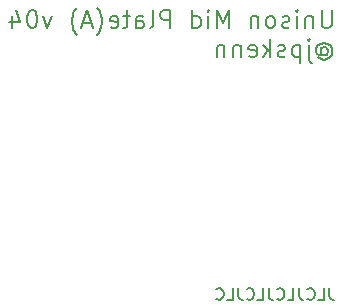
<source format=gbr>
%TF.GenerationSoftware,KiCad,Pcbnew,(5.1.9-0-10_14)*%
%TF.CreationDate,2021-01-31T14:10:33+09:00*%
%TF.ProjectId,Unison_Plate_Mid,556e6973-6f6e-45f5-906c-6174655f4d69,rev?*%
%TF.SameCoordinates,Original*%
%TF.FileFunction,Legend,Bot*%
%TF.FilePolarity,Positive*%
%FSLAX46Y46*%
G04 Gerber Fmt 4.6, Leading zero omitted, Abs format (unit mm)*
G04 Created by KiCad (PCBNEW (5.1.9-0-10_14)) date 2021-01-31 14:10:33*
%MOMM*%
%LPD*%
G01*
G04 APERTURE LIST*
%ADD10C,0.150000*%
%ADD11C,0.200000*%
G04 APERTURE END LIST*
D10*
X296819047Y-42352380D02*
X296819047Y-43066666D01*
X296866666Y-43209523D01*
X296961904Y-43304761D01*
X297104761Y-43352380D01*
X297200000Y-43352380D01*
X295866666Y-43352380D02*
X296342857Y-43352380D01*
X296342857Y-42352380D01*
X294961904Y-43257142D02*
X295009523Y-43304761D01*
X295152380Y-43352380D01*
X295247619Y-43352380D01*
X295390476Y-43304761D01*
X295485714Y-43209523D01*
X295533333Y-43114285D01*
X295580952Y-42923809D01*
X295580952Y-42780952D01*
X295533333Y-42590476D01*
X295485714Y-42495238D01*
X295390476Y-42400000D01*
X295247619Y-42352380D01*
X295152380Y-42352380D01*
X295009523Y-42400000D01*
X294961904Y-42447619D01*
X294247619Y-42352380D02*
X294247619Y-43066666D01*
X294295238Y-43209523D01*
X294390476Y-43304761D01*
X294533333Y-43352380D01*
X294628571Y-43352380D01*
X293295238Y-43352380D02*
X293771428Y-43352380D01*
X293771428Y-42352380D01*
X292390476Y-43257142D02*
X292438095Y-43304761D01*
X292580952Y-43352380D01*
X292676190Y-43352380D01*
X292819047Y-43304761D01*
X292914285Y-43209523D01*
X292961904Y-43114285D01*
X293009523Y-42923809D01*
X293009523Y-42780952D01*
X292961904Y-42590476D01*
X292914285Y-42495238D01*
X292819047Y-42400000D01*
X292676190Y-42352380D01*
X292580952Y-42352380D01*
X292438095Y-42400000D01*
X292390476Y-42447619D01*
X291676190Y-42352380D02*
X291676190Y-43066666D01*
X291723809Y-43209523D01*
X291819047Y-43304761D01*
X291961904Y-43352380D01*
X292057142Y-43352380D01*
X290723809Y-43352380D02*
X291200000Y-43352380D01*
X291200000Y-42352380D01*
X289819047Y-43257142D02*
X289866666Y-43304761D01*
X290009523Y-43352380D01*
X290104761Y-43352380D01*
X290247619Y-43304761D01*
X290342857Y-43209523D01*
X290390476Y-43114285D01*
X290438095Y-42923809D01*
X290438095Y-42780952D01*
X290390476Y-42590476D01*
X290342857Y-42495238D01*
X290247619Y-42400000D01*
X290104761Y-42352380D01*
X290009523Y-42352380D01*
X289866666Y-42400000D01*
X289819047Y-42447619D01*
X289104761Y-42352380D02*
X289104761Y-43066666D01*
X289152380Y-43209523D01*
X289247619Y-43304761D01*
X289390476Y-43352380D01*
X289485714Y-43352380D01*
X288152380Y-43352380D02*
X288628571Y-43352380D01*
X288628571Y-42352380D01*
X287247619Y-43257142D02*
X287295238Y-43304761D01*
X287438095Y-43352380D01*
X287533333Y-43352380D01*
X287676190Y-43304761D01*
X287771428Y-43209523D01*
X287819047Y-43114285D01*
X287866666Y-42923809D01*
X287866666Y-42780952D01*
X287819047Y-42590476D01*
X287771428Y-42495238D01*
X287676190Y-42400000D01*
X287533333Y-42352380D01*
X287438095Y-42352380D01*
X287295238Y-42400000D01*
X287247619Y-42447619D01*
D11*
X297012857Y-18853571D02*
X297012857Y-20067857D01*
X296941428Y-20210714D01*
X296870000Y-20282142D01*
X296727142Y-20353571D01*
X296441428Y-20353571D01*
X296298571Y-20282142D01*
X296227142Y-20210714D01*
X296155714Y-20067857D01*
X296155714Y-18853571D01*
X295441428Y-19353571D02*
X295441428Y-20353571D01*
X295441428Y-19496428D02*
X295370000Y-19425000D01*
X295227142Y-19353571D01*
X295012857Y-19353571D01*
X294870000Y-19425000D01*
X294798571Y-19567857D01*
X294798571Y-20353571D01*
X294084285Y-20353571D02*
X294084285Y-19353571D01*
X294084285Y-18853571D02*
X294155714Y-18925000D01*
X294084285Y-18996428D01*
X294012857Y-18925000D01*
X294084285Y-18853571D01*
X294084285Y-18996428D01*
X293441428Y-20282142D02*
X293298571Y-20353571D01*
X293012857Y-20353571D01*
X292870000Y-20282142D01*
X292798571Y-20139285D01*
X292798571Y-20067857D01*
X292870000Y-19925000D01*
X293012857Y-19853571D01*
X293227142Y-19853571D01*
X293370000Y-19782142D01*
X293441428Y-19639285D01*
X293441428Y-19567857D01*
X293370000Y-19425000D01*
X293227142Y-19353571D01*
X293012857Y-19353571D01*
X292870000Y-19425000D01*
X291941428Y-20353571D02*
X292084285Y-20282142D01*
X292155714Y-20210714D01*
X292227142Y-20067857D01*
X292227142Y-19639285D01*
X292155714Y-19496428D01*
X292084285Y-19425000D01*
X291941428Y-19353571D01*
X291727142Y-19353571D01*
X291584285Y-19425000D01*
X291512857Y-19496428D01*
X291441428Y-19639285D01*
X291441428Y-20067857D01*
X291512857Y-20210714D01*
X291584285Y-20282142D01*
X291727142Y-20353571D01*
X291941428Y-20353571D01*
X290798571Y-19353571D02*
X290798571Y-20353571D01*
X290798571Y-19496428D02*
X290727142Y-19425000D01*
X290584285Y-19353571D01*
X290370000Y-19353571D01*
X290227142Y-19425000D01*
X290155714Y-19567857D01*
X290155714Y-20353571D01*
X288298571Y-20353571D02*
X288298571Y-18853571D01*
X287798571Y-19925000D01*
X287298571Y-18853571D01*
X287298571Y-20353571D01*
X286584285Y-20353571D02*
X286584285Y-19353571D01*
X286584285Y-18853571D02*
X286655714Y-18925000D01*
X286584285Y-18996428D01*
X286512857Y-18925000D01*
X286584285Y-18853571D01*
X286584285Y-18996428D01*
X285227142Y-20353571D02*
X285227142Y-18853571D01*
X285227142Y-20282142D02*
X285370000Y-20353571D01*
X285655714Y-20353571D01*
X285798571Y-20282142D01*
X285870000Y-20210714D01*
X285941428Y-20067857D01*
X285941428Y-19639285D01*
X285870000Y-19496428D01*
X285798571Y-19425000D01*
X285655714Y-19353571D01*
X285370000Y-19353571D01*
X285227142Y-19425000D01*
X283370000Y-20353571D02*
X283370000Y-18853571D01*
X282798571Y-18853571D01*
X282655714Y-18925000D01*
X282584285Y-18996428D01*
X282512857Y-19139285D01*
X282512857Y-19353571D01*
X282584285Y-19496428D01*
X282655714Y-19567857D01*
X282798571Y-19639285D01*
X283370000Y-19639285D01*
X281655714Y-20353571D02*
X281798571Y-20282142D01*
X281870000Y-20139285D01*
X281870000Y-18853571D01*
X280441428Y-20353571D02*
X280441428Y-19567857D01*
X280512857Y-19425000D01*
X280655714Y-19353571D01*
X280941428Y-19353571D01*
X281084285Y-19425000D01*
X280441428Y-20282142D02*
X280584285Y-20353571D01*
X280941428Y-20353571D01*
X281084285Y-20282142D01*
X281155714Y-20139285D01*
X281155714Y-19996428D01*
X281084285Y-19853571D01*
X280941428Y-19782142D01*
X280584285Y-19782142D01*
X280441428Y-19710714D01*
X279941428Y-19353571D02*
X279370000Y-19353571D01*
X279727142Y-18853571D02*
X279727142Y-20139285D01*
X279655714Y-20282142D01*
X279512857Y-20353571D01*
X279370000Y-20353571D01*
X278298571Y-20282142D02*
X278441428Y-20353571D01*
X278727142Y-20353571D01*
X278870000Y-20282142D01*
X278941428Y-20139285D01*
X278941428Y-19567857D01*
X278870000Y-19425000D01*
X278727142Y-19353571D01*
X278441428Y-19353571D01*
X278298571Y-19425000D01*
X278227142Y-19567857D01*
X278227142Y-19710714D01*
X278941428Y-19853571D01*
X277155714Y-20925000D02*
X277227142Y-20853571D01*
X277370000Y-20639285D01*
X277441428Y-20496428D01*
X277512857Y-20282142D01*
X277584285Y-19925000D01*
X277584285Y-19639285D01*
X277512857Y-19282142D01*
X277441428Y-19067857D01*
X277370000Y-18925000D01*
X277227142Y-18710714D01*
X277155714Y-18639285D01*
X276655714Y-19925000D02*
X275941428Y-19925000D01*
X276798571Y-20353571D02*
X276298571Y-18853571D01*
X275798571Y-20353571D01*
X275441428Y-20925000D02*
X275370000Y-20853571D01*
X275227142Y-20639285D01*
X275155714Y-20496428D01*
X275084285Y-20282142D01*
X275012857Y-19925000D01*
X275012857Y-19639285D01*
X275084285Y-19282142D01*
X275155714Y-19067857D01*
X275227142Y-18925000D01*
X275370000Y-18710714D01*
X275441428Y-18639285D01*
X273298571Y-19353571D02*
X272941428Y-20353571D01*
X272584285Y-19353571D01*
X271727142Y-18853571D02*
X271584285Y-18853571D01*
X271441428Y-18925000D01*
X271370000Y-18996428D01*
X271298571Y-19139285D01*
X271227142Y-19425000D01*
X271227142Y-19782142D01*
X271298571Y-20067857D01*
X271370000Y-20210714D01*
X271441428Y-20282142D01*
X271584285Y-20353571D01*
X271727142Y-20353571D01*
X271870000Y-20282142D01*
X271941428Y-20210714D01*
X272012857Y-20067857D01*
X272084285Y-19782142D01*
X272084285Y-19425000D01*
X272012857Y-19139285D01*
X271941428Y-18996428D01*
X271870000Y-18925000D01*
X271727142Y-18853571D01*
X269941428Y-19353571D02*
X269941428Y-20353571D01*
X270298571Y-18782142D02*
X270655714Y-19853571D01*
X269727142Y-19853571D01*
X296084285Y-22089285D02*
X296155714Y-22017857D01*
X296298571Y-21946428D01*
X296441428Y-21946428D01*
X296584285Y-22017857D01*
X296655714Y-22089285D01*
X296727142Y-22232142D01*
X296727142Y-22375000D01*
X296655714Y-22517857D01*
X296584285Y-22589285D01*
X296441428Y-22660714D01*
X296298571Y-22660714D01*
X296155714Y-22589285D01*
X296084285Y-22517857D01*
X296084285Y-21946428D02*
X296084285Y-22517857D01*
X296012857Y-22589285D01*
X295941428Y-22589285D01*
X295798571Y-22517857D01*
X295727142Y-22375000D01*
X295727142Y-22017857D01*
X295870000Y-21803571D01*
X296084285Y-21660714D01*
X296370000Y-21589285D01*
X296655714Y-21660714D01*
X296870000Y-21803571D01*
X297012857Y-22017857D01*
X297084285Y-22303571D01*
X297012857Y-22589285D01*
X296870000Y-22803571D01*
X296655714Y-22946428D01*
X296370000Y-23017857D01*
X296084285Y-22946428D01*
X295870000Y-22803571D01*
X295084285Y-21803571D02*
X295084285Y-23089285D01*
X295155714Y-23232142D01*
X295298571Y-23303571D01*
X295370000Y-23303571D01*
X295084285Y-21303571D02*
X295155714Y-21375000D01*
X295084285Y-21446428D01*
X295012857Y-21375000D01*
X295084285Y-21303571D01*
X295084285Y-21446428D01*
X294370000Y-21803571D02*
X294370000Y-23303571D01*
X294370000Y-21875000D02*
X294227142Y-21803571D01*
X293941428Y-21803571D01*
X293798571Y-21875000D01*
X293727142Y-21946428D01*
X293655714Y-22089285D01*
X293655714Y-22517857D01*
X293727142Y-22660714D01*
X293798571Y-22732142D01*
X293941428Y-22803571D01*
X294227142Y-22803571D01*
X294370000Y-22732142D01*
X293084285Y-22732142D02*
X292941428Y-22803571D01*
X292655714Y-22803571D01*
X292512857Y-22732142D01*
X292441428Y-22589285D01*
X292441428Y-22517857D01*
X292512857Y-22375000D01*
X292655714Y-22303571D01*
X292870000Y-22303571D01*
X293012857Y-22232142D01*
X293084285Y-22089285D01*
X293084285Y-22017857D01*
X293012857Y-21875000D01*
X292870000Y-21803571D01*
X292655714Y-21803571D01*
X292512857Y-21875000D01*
X291798571Y-22803571D02*
X291798571Y-21303571D01*
X291655714Y-22232142D02*
X291227142Y-22803571D01*
X291227142Y-21803571D02*
X291798571Y-22375000D01*
X290012857Y-22732142D02*
X290155714Y-22803571D01*
X290441428Y-22803571D01*
X290584285Y-22732142D01*
X290655714Y-22589285D01*
X290655714Y-22017857D01*
X290584285Y-21875000D01*
X290441428Y-21803571D01*
X290155714Y-21803571D01*
X290012857Y-21875000D01*
X289941428Y-22017857D01*
X289941428Y-22160714D01*
X290655714Y-22303571D01*
X289298571Y-21803571D02*
X289298571Y-22803571D01*
X289298571Y-21946428D02*
X289227142Y-21875000D01*
X289084285Y-21803571D01*
X288870000Y-21803571D01*
X288727142Y-21875000D01*
X288655714Y-22017857D01*
X288655714Y-22803571D01*
X287941428Y-21803571D02*
X287941428Y-22803571D01*
X287941428Y-21946428D02*
X287870000Y-21875000D01*
X287727142Y-21803571D01*
X287512857Y-21803571D01*
X287370000Y-21875000D01*
X287298571Y-22017857D01*
X287298571Y-22803571D01*
M02*

</source>
